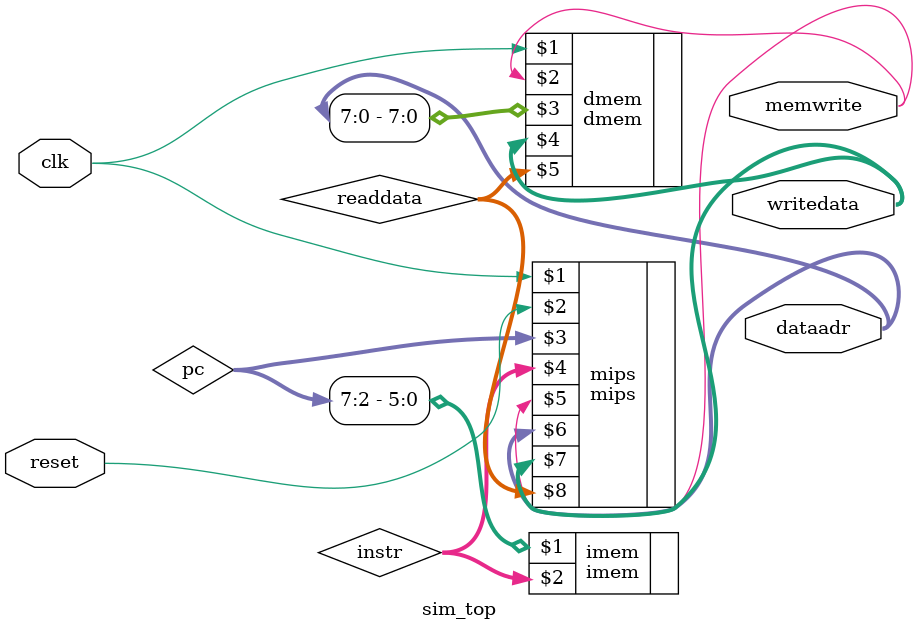
<source format=sv>
`timescale 1ns / 1ps


module sim_top(
input logic clk,reset,
output logic [31:0]writedata,
output logic [31:0]dataadr,
output logic memwrite
);

logic [31:0]pc,instr,readdata;

mips mips(clk,reset,pc,instr,memwrite,dataadr,writedata,readdata);

imem imem(pc[7:2],instr);

dmem dmem(clk,memwrite,dataadr[7:0],writedata,readdata);

endmodule

</source>
